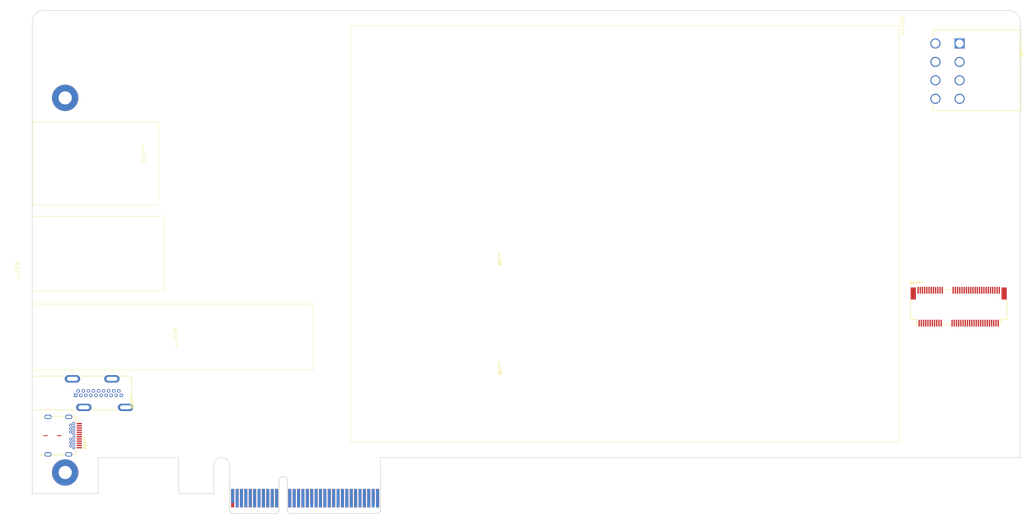
<source format=kicad_pcb>
(kicad_pcb (version 20221018) (generator pcbnew)
  (layers (0 "F.Cu" signal) (31 "B.Cu" signal) (34 "B.Paste" user) (35 "F.Paste" user) (36 "B.SilkS" user "B.Silkscreen") (37 "F.SilkS" user "F.Silkscreen") (38 "B.Mask" user) (39 "F.Mask" user) (44 "Edge.Cuts" user))
  (net 0 "")
  (footprint "sodimm-ddr5-tester-footprints:MP_Pad6mm_Drill3mm" (layer "F.Cu") (at 52.4973 62.4)
    (fp_text reference "MP1" hide)
    (fp_text value "MP_Pad6mm_Drill3mm")
    (pad "1" thru_hole circle (at 0 0) (size 6 6) (drill 3) (layers *.Cu *.Mask))
  )
  (footprint "sodimm-ddr5-tester-footprints:Edge_Conn_Bus_PCIexpress_x4" (layer "F.Cu") (at 90.6473 153.65)
    (fp_text reference "J9" hide)
    (fp_text value "Edge_Conn_Bus_PCIe_x4")
    (fp_circle (center 0 -2.675) (end 0.05 -2.675) (layer "F.SilkS") (stroke (width 0.15)) (fill solid))
    (fp_line (start -0.65 -4.9) (end -0.65 3) (layer "Edge.Cuts") (stroke (width 0.15)))
    (fp_line (start -0.65 3) (end -0.15 3.5) (layer "Edge.Cuts") (stroke (width 0.15)))
    (fp_line (start -0.15 3.5) (end 10.05 3.5) (layer "Edge.Cuts") (stroke (width 0.15)))
    (fp_line (start 10.55 -3.95) (end 10.55 3) (layer "Edge.Cuts") (stroke (width 0.15)))
    (fp_line (start 10.55 3) (end 10.05 3.5) (layer "Edge.Cuts") (stroke (width 0.15)))
    (fp_line (start 12.45 -3.95) (end 12.45 3) (layer "Edge.Cuts") (stroke (width 0.15)))
    (fp_line (start 12.45 3) (end 12.95 3.5) (layer "Edge.Cuts") (stroke (width 0.15)))
    (fp_line (start 12.95 3.5) (end 33.15 3.5) (layer "Edge.Cuts") (stroke (width 0.15)))
    (fp_line (start 33.65 -4.9) (end 33.65 3) (layer "Edge.Cuts") (stroke (width 0.15)))
    (fp_line (start 33.65 3) (end 33.15 3.5) (layer "Edge.Cuts") (stroke (width 0.15)))
    (fp_arc (start 10.55 -3.95) (mid 11.5 -4.9) (end 12.45 -3.95) (layer "Edge.Cuts") (stroke (width 0.15)))
    (pad "A1" connect rect (at 0 -0.5) (size 0.7 3.2) (layers "B.Cu" "B.Mask"))
    (pad "A2" connect rect (at 1 0) (size 0.7 4.2) (layers "B.Cu" "B.Mask"))
    (pad "A3" connect rect (at 2 0) (size 0.7 4.2) (layers "B.Cu" "B.Mask"))
    (pad "A4" connect rect (at 3 0) (size 0.7 4.2) (layers "B.Cu" "B.Mask"))
    (pad "A5" connect rect (at 4 0) (size 0.7 4.2) (layers "B.Cu" "B.Mask"))
    (pad "A6" connect rect (at 5 0) (size 0.7 4.2) (layers "B.Cu" "B.Mask"))
    (pad "A7" connect rect (at 6 0) (size 0.7 4.2) (layers "B.Cu" "B.Mask"))
    (pad "A8" connect rect (at 7 0) (size 0.7 4.2) (layers "B.Cu" "B.Mask"))
    (pad "A9" connect rect (at 8 0) (size 0.7 4.2) (layers "B.Cu" "B.Mask"))
    (pad "A10" connect rect (at 9 0) (size 0.7 4.2) (layers "B.Cu" "B.Mask"))
    (pad "A11" connect rect (at 10 0) (size 0.7 4.2) (layers "B.Cu" "B.Mask"))
    (pad "A12" connect rect (at 13 0) (size 0.7 4.2) (layers "B.Cu" "B.Mask"))
    (pad "A13" connect rect (at 14 0) (size 0.7 4.2) (layers "B.Cu" "B.Mask"))
    (pad "A14" connect rect (at 15 0) (size 0.7 4.2) (layers "B.Cu" "B.Mask"))
    (pad "A15" connect rect (at 16 0) (size 0.7 4.2) (layers "B.Cu" "B.Mask"))
    (pad "A16" connect rect (at 17 0) (size 0.7 4.2) (layers "B.Cu" "B.Mask"))
    (pad "A17" connect rect (at 18 0) (size 0.7 4.2) (layers "B.Cu" "B.Mask"))
    (pad "A18" connect rect (at 19 0) (size 0.7 4.2) (layers "B.Cu" "B.Mask"))
    (pad "A19" connect rect (at 20 0) (size 0.7 4.2) (layers "B.Cu" "B.Mask"))
    (pad "A20" connect rect (at 21 0) (size 0.7 4.2) (layers "B.Cu" "B.Mask"))
    (pad "A21" connect rect (at 22 0) (size 0.7 4.2) (layers "B.Cu" "B.Mask"))
    (pad "A22" connect rect (at 23 0) (size 0.7 4.2) (layers "B.Cu" "B.Mask"))
    (pad "A23" connect rect (at 24 0) (size 0.7 4.2) (layers "B.Cu" "B.Mask"))
    (pad "A24" connect rect (at 25 0) (size 0.7 4.2) (layers "B.Cu" "B.Mask"))
    (pad "A25" connect rect (at 26 0) (size 0.7 4.2) (layers "B.Cu" "B.Mask"))
    (pad "A26" connect rect (at 27 0) (size 0.7 4.2) (layers "B.Cu" "B.Mask"))
    (pad "A27" connect rect (at 28 0) (size 0.7 4.2) (layers "B.Cu" "B.Mask"))
    (pad "A28" connect rect (at 29 0) (size 0.7 4.2) (layers "B.Cu" "B.Mask"))
    (pad "A29" connect rect (at 30 0) (size 0.7 4.2) (layers "B.Cu" "B.Mask"))
    (pad "A30" connect rect (at 31 0) (size 0.7 4.2) (layers "B.Cu" "B.Mask"))
    (pad "A31" connect rect (at 32 0) (size 0.7 4.2) (layers "B.Cu" "B.Mask"))
    (pad "A32" connect rect (at 33 0) (size 0.7 4.2) (layers "B.Cu" "B.Mask"))
    (pad "B1" connect rect (at 0 0) (size 0.7 4.2) (layers "F.Cu" "F.Mask"))
    (pad "B2" connect rect (at 1 0) (size 0.7 4.2) (layers "F.Cu" "F.Mask"))
    (pad "B3" connect rect (at 2 0) (size 0.7 4.2) (layers "F.Cu" "F.Mask"))
    (pad "B4" connect rect (at 3 0) (size 0.7 4.2) (layers "F.Cu" "F.Mask"))
    (pad "B5" connect rect (at 4 0) (size 0.7 4.2) (layers "F.Cu" "F.Mask"))
    (pad "B6" connect rect (at 5 0) (size 0.7 4.2) (layers "F.Cu" "F.Mask"))
    (pad "B7" connect rect (at 6 0) (size 0.7 4.2) (layers "F.Cu" "F.Mask"))
    (pad "B8" connect rect (at 7 0) (size 0.7 4.2) (layers "F.Cu" "F.Mask"))
    (pad "B9" connect rect (at 8 0) (size 0.7 4.2) (layers "F.Cu" "F.Mask"))
    (pad "B10" connect rect (at 9 0) (size 0.7 4.2) (layers "F.Cu" "F.Mask"))
    (pad "B11" connect rect (at 10 0) (size 0.7 4.2) (layers "F.Cu" "F.Mask"))
    (pad "B12" connect rect (at 13 0) (size 0.7 4.2) (layers "F.Cu" "F.Mask"))
    (pad "B13" connect rect (at 14 0) (size 0.7 4.2) (layers "F.Cu" "F.Mask"))
    (pad "B14" connect rect (at 15 0) (size 0.7 4.2) (layers "F.Cu" "F.Mask"))
    (pad "B15" connect rect (at 16 0) (size 0.7 4.2) (layers "F.Cu" "F.Mask"))
    (pad "B16" connect rect (at 17 0) (size 0.7 4.2) (layers "F.Cu" "F.Mask"))
    (pad "B17" connect rect (at 18 -0.5) (size 0.7 3.2) (layers "F.Cu" "F.Mask"))
    (pad "B18" connect rect (at 19 0) (size 0.7 4.2) (layers "F.Cu" "F.Mask"))
    (pad "B19" connect rect (at 20 0) (size 0.7 4.2) (layers "F.Cu" "F.Mask"))
    (pad "B20" connect rect (at 21 0) (size 0.7 4.2) (layers "F.Cu" "F.Mask"))
    (pad "B21" connect rect (at 22 0) (size 0.7 4.2) (layers "F.Cu" "F.Mask"))
    (pad "B22" connect rect (at 23 0) (size 0.7 4.2) (layers "F.Cu" "F.Mask"))
    (pad "B23" connect rect (at 24 0) (size 0.7 4.2) (layers "F.Cu" "F.Mask"))
    (pad "B24" connect rect (at 25 0) (size 0.7 4.2) (layers "F.Cu" "F.Mask"))
    (pad "B25" connect rect (at 26 0) (size 0.7 4.2) (layers "F.Cu" "F.Mask"))
    (pad "B26" connect rect (at 27 0) (size 0.7 4.2) (layers "F.Cu" "F.Mask"))
    (pad "B27" connect rect (at 28 0) (size 0.7 4.2) (layers "F.Cu" "F.Mask"))
    (pad "B28" connect rect (at 29 0) (size 0.7 4.2) (layers "F.Cu" "F.Mask"))
    (pad "B29" connect rect (at 30 0) (size 0.7 4.2) (layers "F.Cu" "F.Mask"))
    (pad "B30" connect rect (at 31 0) (size 0.7 4.2) (layers "F.Cu" "F.Mask"))
    (pad "B31" connect rect (at 32 -0.5) (size 0.7 3.2) (layers "F.Cu" "F.Mask"))
    (pad "B32" connect rect (at 33 0) (size 0.7 4.2) (layers "F.Cu" "F.Mask"))
  )
  (footprint "com-express-7-baseboard-footprints:LX2160A-CEX7" (layer "F.Cu") (at 242.5 45.95 -90)
    (fp_text reference "REF**" (at 0 -0.5 -90 unlocked) (layer "F.SilkS") (effects (font (thickness 0.1))))
    (fp_text value "LX2160A-CEX7")
    (fp_rect (start 0 0) (end 95 125) (layer "F.SilkS") (stroke (width 0.1)) (fill none))
  )
  (footprint "com-express-7-baseboard-footprints:Mech_M2_2280_H2.5mm" (layer "F.Cu") (at 143.075 122.4995 90)
    (fp_text reference "REF**" (at 0 8.89 90) (layer "F.SilkS") (effects (font (size 0.7 0.7)) (justify right bottom)))
    (fp_text value "Mech_M2_2280_H2.5mm")
  )
  (footprint "com-express-7-baseboard-footprints:Bus_M.2_Socket_Key_E_TE_2199230-4" (layer "F.Cu") (at 256 110)
    (fp_text reference "REF**" (at -11.249 -4.949) (layer "F.SilkS") (effects (font (size 0.7 0.7)) (justify left bottom)))
    (fp_text value "Bus_M.2_Socket_Key_E_TE_2199230-4")
    (fp_line (start -10.999 2.85) (end -10.999 -1.5) (layer "F.SilkS") (stroke (width 0.15)))
    (fp_line (start -9.599 2.85) (end -10.999 2.85) (layer "F.SilkS") (stroke (width 0.15)))
    (fp_line (start -9.599 2.85) (end -9.599 4.1) (layer "F.SilkS") (stroke (width 0.15)))
    (fp_line (start -9.599 4.1) (end -9.249 4.1) (layer "F.SilkS") (stroke (width 0.15)))
    (fp_line (start -3.75 4.1) (end -1.75 4.1) (layer "F.SilkS") (stroke (width 0.15)))
    (fp_line (start -3.499 -3.899) (end -1.499 -3.899) (layer "F.SilkS") (stroke (width 0.15)))
    (fp_line (start 9.251 4.1) (end 9.601 4.1) (layer "F.SilkS") (stroke (width 0.15)))
    (fp_line (start 9.601 4.1) (end 9.601 2.85) (layer "F.SilkS") (stroke (width 0.15)))
    (fp_line (start 10.999 -1.5) (end 10.999 2.85) (layer "F.SilkS") (stroke (width 0.15)))
    (fp_line (start 10.999 2.85) (end 9.601 2.85) (layer "F.SilkS") (stroke (width 0.15)))
    (fp_circle (center -9.249 -5.64) (end -9.199 -5.64) (layer "F.SilkS") (stroke (width 0.15)) (fill solid))
    (pad "" np_thru_hole circle (at -9.999 1.499) (size 1.1 1.1) (drill 1.1) (layers *.Cu *.Mask))
    (pad "" np_thru_hole circle (at 9.999 1.499) (size 1.6 1.6) (drill 1.6) (layers *.Cu *.Mask))
    (pad "1" smd rect (at -9.249 -3.749) (size 0.3 1.55) (layers "F.Cu" "F.Paste" "F.Mask"))
    (pad "2" smd rect (at -9.001 3.749) (size 0.3 1.55) (layers "F.Cu" "F.Paste" "F.Mask"))
    (pad "3" smd rect (at -8.751 -3.749) (size 0.3 1.55) (layers "F.Cu" "F.Paste" "F.Mask"))
    (pad "4" smd rect (at -8.501 3.749) (size 0.3 1.55) (layers "F.Cu" "F.Paste" "F.Mask"))
    (pad "5" smd rect (at -8.251 -3.749) (size 0.3 1.55) (layers "F.Cu" "F.Paste" "F.Mask"))
    (pad "6" smd rect (at -8 3.749) (size 0.3 1.55) (layers "F.Cu" "F.Paste" "F.Mask"))
    (pad "7" smd rect (at -7.75 -3.749) (size 0.3 1.55) (layers "F.Cu" "F.Paste" "F.Mask"))
    (pad "8" smd rect (at -7.5 3.749) (size 0.3 1.55) (layers "F.Cu" "F.Paste" "F.Mask"))
    (pad "9" smd rect (at -7.25 -3.749) (size 0.3 1.55) (layers "F.Cu" "F.Paste" "F.Mask"))
    (pad "10" smd rect (at -7 3.749) (size 0.3 1.55) (layers "F.Cu" "F.Paste" "F.Mask"))
    (pad "11" smd rect (at -6.75 -3.749) (size 0.3 1.55) (layers "F.Cu" "F.Paste" "F.Mask"))
    (pad "12" smd rect (at -6.5 3.749) (size 0.3 1.55) (layers "F.Cu" "F.Paste" "F.Mask"))
    (pad "13" smd rect (at -6.25 -3.749) (size 0.3 1.55) (layers "F.Cu" "F.Paste" "F.Mask"))
    (pad "14" smd rect (at -6 3.749) (size 0.3 1.55) (layers "F.Cu" "F.Paste" "F.Mask"))
    (pad "15" smd rect (at -5.75 -3.749) (size 0.3 1.55) (layers "F.Cu" "F.Paste" "F.Mask"))
    (pad "16" smd rect (at -5.5 3.749) (size 0.3 1.55) (layers "F.Cu" "F.Paste" "F.Mask"))
    (pad "17" smd rect (at -5.25 -3.749) (size 0.3 1.55) (layers "F.Cu" "F.Paste" "F.Mask"))
    (pad "18" smd rect (at -5.001 3.749) (size 0.3 1.55) (layers "F.Cu" "F.Paste" "F.Mask"))
    (pad "19" smd rect (at -4.751 -3.749) (size 0.3 1.55) (layers "F.Cu" "F.Paste" "F.Mask"))
    (pad "20" smd rect (at -4.501 3.749) (size 0.3 1.55) (layers "F.Cu" "F.Paste" "F.Mask"))
    (pad "21" smd rect (at -4.251 -3.749) (size 0.3 1.55) (layers "F.Cu" "F.Paste" "F.Mask"))
    (pad "22" smd rect (at -4.001 3.749) (size 0.3 1.55) (layers "F.Cu" "F.Paste" "F.Mask"))
    (pad "23" smd rect (at -3.75 -3.749) (size 0.3 1.55) (layers "F.Cu" "F.Paste" "F.Mask"))
    (pad "32" smd rect (at -1.5 3.749) (size 0.3 1.55) (layers "F.Cu" "F.Paste" "F.Mask"))
    (pad "33" smd rect (at -1.25 -3.749) (size 0.3 1.55) (layers "F.Cu" "F.Paste" "F.Mask"))
    (pad "34" smd rect (at -1 3.749) (size 0.3 1.55) (layers "F.Cu" "F.Paste" "F.Mask"))
    (pad "35" smd rect (at -0.75 -3.749) (size 0.3 1.55) (layers "F.Cu" "F.Paste" "F.Mask"))
    (pad "36" smd rect (at -0.5 3.749) (size 0.3 1.55) (layers "F.Cu" "F.Paste" "F.Mask"))
    (pad "37" smd rect (at -0.25 -3.749) (size 0.3 1.55) (layers "F.Cu" "F.Paste" "F.Mask"))
    (pad "38" smd rect (at 0 3.749) (size 0.3 1.55) (layers "F.Cu" "F.Paste" "F.Mask"))
    (pad "39" smd rect (at 0.25 -3.749) (size 0.3 1.55) (layers "F.Cu" "F.Paste" "F.Mask"))
    (pad "40" smd rect (at 0.5 3.749) (size 0.3 1.55) (layers "F.Cu" "F.Paste" "F.Mask"))
    (pad "41" smd rect (at 0.75 -3.749) (size 0.3 1.55) (layers "F.Cu" "F.Paste" "F.Mask"))
    (pad "42" smd rect (at 1 3.749) (size 0.3 1.55) (layers "F.Cu" "F.Paste" "F.Mask"))
    (pad "43" smd rect (at 1.25 -3.749) (size 0.3 1.55) (layers "F.Cu" "F.Paste" "F.Mask"))
    (pad "44" smd rect (at 1.5 3.749) (size 0.3 1.55) (layers "F.Cu" "F.Paste" "F.Mask"))
    (pad "45" smd rect (at 1.75 -3.749) (size 0.3 1.55) (layers "F.Cu" "F.Paste" "F.Mask"))
    (pad "46" smd rect (at 2 3.749) (size 0.3 1.55) (layers "F.Cu" "F.Paste" "F.Mask"))
    (pad "47" smd rect (at 2.25 -3.749) (size 0.3 1.55) (layers "F.Cu" "F.Paste" "F.Mask"))
    (pad "48" smd rect (at 2.5 3.749) (size 0.3 1.55) (layers "F.Cu" "F.Paste" "F.Mask"))
    (pad "49" smd rect (at 2.75 -3.749) (size 0.3 1.55) (layers "F.Cu" "F.Paste" "F.Mask"))
    (pad "50" smd rect (at 3 3.749) (size 0.3 1.55) (layers "F.Cu" "F.Paste" "F.Mask"))
    (pad "51" smd rect (at 3.25 -3.749) (size 0.3 1.55) (layers "F.Cu" "F.Paste" "F.Mask"))
    (pad "52" smd rect (at 3.5 3.749) (size 0.3 1.55) (layers "F.Cu" "F.Paste" "F.Mask"))
    (pad "53" smd rect (at 3.75 -3.749) (size 0.3 1.55) (layers "F.Cu" "F.Paste" "F.Mask"))
    (pad "54" smd rect (at 4 3.749) (size 0.3 1.55) (layers "F.Cu" "F.Paste" "F.Mask"))
    (pad "55" smd rect (at 4.25 -3.749) (size 0.3 1.55) (layers "F.Cu" "F.Paste" "F.Mask"))
    (pad "56" smd rect (at 4.5 3.749) (size 0.3 1.55) (layers "F.Cu" "F.Paste" "F.Mask"))
    (pad "57" smd rect (at 4.75 -3.749) (size 0.3 1.55) (layers "F.Cu" "F.Paste" "F.Mask"))
    (pad "58" smd rect (at 5 3.749) (size 0.3 1.55) (layers "F.Cu" "F.Paste" "F.Mask"))
    (pad "59" smd rect (at 5.25 -3.749) (size 0.3 1.55) (layers "F.Cu" "F.Paste" "F.Mask"))
    (pad "60" smd rect (at 5.5 3.749) (size 0.3 1.55) (layers "F.Cu" "F.Paste" "F.Mask"))
    (pad "61" smd rect (at 5.75 -3.749) (size 0.3 1.55) (layers "F.Cu" "F.Paste" "F.Mask"))
    (pad "62" smd rect (at 6 3.749) (size 0.3 1.55) (layers "F.Cu" "F.Paste" "F.Mask"))
    (pad "63" smd rect (at 6.25 -3.749) (size 0.3 1.55) (layers "F.Cu" "F.Paste" "F.Mask"))
    (pad "64" smd rect (at 6.5 3.749) (size 0.3 1.55) (layers "F.Cu" "F.Paste" "F.Mask"))
    (pad "65" smd rect (at 6.75 -3.749) (size 0.3 1.55) (layers "F.Cu" "F.Paste" "F.Mask"))
    (pad "66" smd rect (at 6.999 3.749) (size 0.3 1.55) (layers "F.Cu" "F.Paste" "F.Mask"))
    (pad "67" smd rect (at 7.249 -3.749) (size 0.3 1.55) (layers "F.Cu" "F.Paste" "F.Mask"))
    (pad "68" smd rect (at 7.499 3.749) (size 0.3 1.55) (layers "F.Cu" "F.Paste" "F.Mask"))
    (pad "69" smd rect (at 7.749 -3.749) (size 0.3 1.55) (layers "F.Cu" "F.Paste" "F.Mask"))
    (pad "70" smd rect (at 7.999 3.749) (size 0.3 1.55) (layers "F.Cu" "F.Paste" "F.Mask"))
    (pad "71" smd rect (at 8.249 -3.749) (size 0.3 1.55) (layers "F.Cu" "F.Paste" "F.Mask"))
    (pad "72" smd rect (at 8.499 3.749) (size 0.3 1.55) (layers "F.Cu" "F.Paste" "F.Mask"))
    (pad "73" smd rect (at 8.749 -3.749) (size 0.3 1.55) (layers "F.Cu" "F.Paste" "F.Mask"))
    (pad "74" smd rect (at 8.999 3.749) (size 0.3 1.55) (layers "F.Cu" "F.Paste" "F.Mask"))
    (pad "75" smd rect (at 9.249 -3.749) (size 0.3 1.55) (layers "F.Cu" "F.Paste" "F.Mask"))
    (pad "MP" smd rect (at -10.35 -3.001) (size 1.2 2.75) (layers "F.Cu" "F.Paste" "F.Mask"))
    (pad "MP" smd rect (at 10.351 -3.001) (size 1.2 2.75) (layers "F.Cu" "F.Paste" "F.Mask"))
  )
  (footprint "com-express-7-baseboard-footprints:USB-C_Receptacle_WE_632723300011" (layer "F.Cu") (at 50.073 139.4 -90)
    (fp_text reference "REF**" (at 0 -7.4 90) (layer "F.SilkS") (effects (font (size 0.7 0.7)) (justify right bottom)))
    (fp_text value "USB-C_Receptacle_WE_632723300011")
    (fp_line (start -4.401 -4.901) (end -4.401 -4.202) (layer "F.SilkS") (stroke (width 0.15)))
    (fp_line (start -4.401 -4.901) (end -3 -4.901) (layer "F.SilkS") (stroke (width 0.15)))
    (fp_line (start -4.401 -2.202) (end -4.401 0.598) (layer "F.SilkS") (stroke (width 0.15)))
    (fp_line (start -4.401 2.398) (end -4.401 3.199) (layer "F.SilkS") (stroke (width 0.15)))
    (fp_line (start 2.999 -4.901) (end 4.4 -4.901) (layer "F.SilkS") (stroke (width 0.15)))
    (fp_line (start 4.4 -4.202) (end 4.4 -4.901) (layer "F.SilkS") (stroke (width 0.15)))
    (fp_line (start 4.4 -2.202) (end 4.4 0.598) (layer "F.SilkS") (stroke (width 0.15)))
    (fp_line (start 4.4 2.398) (end 4.4 3.199) (layer "F.SilkS") (stroke (width 0.15)))
    (fp_circle (center -3.3 -5.6) (end -3.25 -5.6) (layer "F.SilkS") (stroke (width 0.15)) (fill solid))
    (pad "" smd roundrect (at -0.001 -1.057 270) (size 0.2 1) (layers "F.Cu" "F.Paste" "F.Mask"))
    (pad "" smd roundrect (at -0.001 2.043 270) (size 0.2 1) (layers "F.Cu" "F.Paste" "F.Mask"))
    (pad "A1" smd roundrect (at -2.751 -5.637 270) (size 0.3 1.2) (layers "F.Cu" "F.Paste" "F.Mask"))
    (pad "A2" smd roundrect (at -2.251 -5.637 270) (size 0.3 1.2) (layers "F.Cu" "F.Paste" "F.Mask"))
    (pad "A3" smd roundrect (at -1.752 -5.637 270) (size 0.3 1.2) (layers "F.Cu" "F.Paste" "F.Mask"))
    (pad "A4" smd roundrect (at -1.252 -5.637 270) (size 0.3 1.2) (layers "F.Cu" "F.Paste" "F.Mask"))
    (pad "A5" smd roundrect (at -0.751 -5.637 270) (size 0.3 1.2) (layers "F.Cu" "F.Paste" "F.Mask"))
    (pad "A6" smd roundrect (at -0.251 -5.637 270) (size 0.3 1.2) (layers "F.Cu" "F.Paste" "F.Mask"))
    (pad "A7" smd roundrect (at 0.248 -5.637 270) (size 0.3 1.2) (layers "F.Cu" "F.Paste" "F.Mask"))
    (pad "A8" smd roundrect (at 0.748 -5.637 270) (size 0.3 1.2) (layers "F.Cu" "F.Paste" "F.Mask"))
    (pad "A9" smd roundrect (at 1.249 -5.637 270) (size 0.3 1.2) (layers "F.Cu" "F.Paste" "F.Mask"))
    (pad "A10" smd roundrect (at 1.749 -5.637 270) (size 0.3 1.2) (layers "F.Cu" "F.Paste" "F.Mask"))
    (pad "A11" smd roundrect (at 2.249 -5.637 270) (size 0.3 1.2) (layers "F.Cu" "F.Paste" "F.Mask"))
    (pad "A12" smd roundrect (at 2.749 -5.637 270) (size 0.3 1.2) (layers "F.Cu" "F.Paste" "F.Mask"))
    (pad "B1" thru_hole circle (at 2.798 -4.387 270) (size 0.65 0.65) (drill 0.3) (layers *.Cu *.Mask))
    (pad "B2" thru_hole circle (at 2.398 -3.686 270) (size 0.65 0.65) (drill 0.3) (layers *.Cu *.Mask))
    (pad "B3" thru_hole circle (at 1.598 -3.686 270) (size 0.65 0.65) (drill 0.3) (layers *.Cu *.Mask))
    (pad "B4" thru_hole circle (at 1.199 -4.387 270) (size 0.65 0.65) (drill 0.3) (layers *.Cu *.Mask))
    (pad "B5" thru_hole circle (at 0.799 -3.686 270) (size 0.65 0.65) (drill 0.3) (layers *.Cu *.Mask))
    (pad "B6" thru_hole circle (at 0.399 -4.387 270) (size 0.65 0.65) (drill 0.3) (layers *.Cu *.Mask))
    (pad "B7" thru_hole circle (at -0.402 -4.387 270) (size 0.65 0.65) (drill 0.3) (layers *.Cu *.Mask))
    (pad "B8" thru_hole circle (at -0.802 -3.686 270) (size 0.65 0.65) (drill 0.3) (layers *.Cu *.Mask))
    (pad "B9" thru_hole circle (at -1.202 -4.387 270) (size 0.65 0.65) (drill 0.3) (layers *.Cu *.Mask))
    (pad "B10" thru_hole circle (at -1.601 -3.686 270) (size 0.65 0.65) (drill 0.3) (layers *.Cu *.Mask))
    (pad "B11" thru_hole circle (at -2.402 -3.686 270) (size 0.65 0.65) (drill 0.3) (layers *.Cu *.Mask))
    (pad "B12" thru_hole circle (at -2.802 -4.387 270) (size 0.65 0.65) (drill 0.3) (layers *.Cu *.Mask))
    (pad "SH" thru_hole oval (at -4.271 -3.237 270) (size 1 1.6) (drill oval 0.6 1.2) (layers *.Cu *.Mask))
    (pad "SH" thru_hole oval (at -4.271 1.493 270) (size 1 1.6) (drill oval 0.6 1.2) (layers *.Cu *.Mask))
    (pad "SH" thru_hole circle (at -2.001 -4.387 270) (size 0.65 0.65) (drill 0.3) (layers *.Cu *.Mask))
    (pad "SH" thru_hole circle (at 1.999 -4.387 270) (size 0.65 0.65) (drill 0.3) (layers *.Cu *.Mask))
    (pad "SH" thru_hole oval (at 4.269 -3.237 270) (size 1 1.6) (drill oval 0.6 1.2) (layers *.Cu *.Mask))
    (pad "SH" thru_hole oval (at 4.269 1.493 270) (size 1 1.6) (drill oval 0.6 1.2) (layers *.Cu *.Mask))
  )
  (footprint "sodimm-ddr5-tester-footprints:MP_Pad6mm_Drill3mm" (layer "F.Cu") (at 52.4973 147.8)
    (fp_text reference "MP2" hide)
    (fp_text value "MP_Pad6mm_Drill3mm")
    (pad "1" thru_hole circle (at 0 0) (size 6 6) (drill 3) (layers *.Cu *.Mask))
  )
  (footprint "com-express-7-baseboard-footprints:RJ45_RJE1R288335413" (layer "F.Cu") (at 60 97.9 -90)
    (fp_text reference "REF**" (at 4 18.5 -90 unlocked) (layer "F.SilkS") (effects (font (thickness 0.1))))
    (fp_text value "RJ45_RJE1R288335413")
    (fp_rect (start -8.5 -15) (end 8.5 15) (layer "F.SilkS") (stroke (width 0.1)) (fill none))
  )
  (footprint "com-express-7-baseboard-footprints:Mech_M2_2280_H2.5mm" (layer "F.Cu") (at 143.075 97.4995 90)
    (fp_text reference "REF**" (at 0 8.89 90) (layer "F.SilkS") (effects (font (size 0.7 0.7)) (justify right bottom)))
    (fp_text value "Mech_M2_2280_H2.5mm")
  )
  (footprint "com-express-7-baseboard-footprints:Molex_Mini-Fit_2x4_172448-0008_Horizontal" (layer "F.Cu") (at 256.201 50 -90)
    (fp_text reference "REF**" (at 0 -14.5 90) (layer "F.SilkS") (effects (font (size 0.7 0.7)) (justify right bottom)))
    (fp_text value "Molex_Mini-Fit_2x4_172448-0008_Horizontal")
    (fp_line (start -3.1 -13.9) (end 15.301 -13.9) (layer "F.SilkS") (stroke (width 0.15)))
    (fp_line (start -3.1 6.04) (end -3.1 -13.9) (layer "F.SilkS") (stroke (width 0.15)))
    (fp_line (start -3.1 6.04) (end -1.475 6.04) (layer "F.SilkS") (stroke (width 0.15)))
    (fp_line (start 15.301 -13.9) (end 15.301 6.04) (layer "F.SilkS") (stroke (width 0.15)))
    (fp_line (start 15.301 6.04) (end 14.077 6.04) (layer "F.SilkS") (stroke (width 0.15)))
    (fp_circle (center -1.6 0) (end -1.65 0) (layer "F.SilkS") (stroke (width 0.15)) (fill solid))
    (pad "" np_thru_hole circle (at 0 -7.299 90) (size 3 3) (drill 3) (layers *.Cu *.Mask))
    (pad "" np_thru_hole circle (at 12.6 -7.299 90) (size 3 3) (drill 3) (layers *.Cu *.Mask))
    (pad "1" thru_hole rect (at 0 0 90) (size 2.3 2.3) (drill 1.8) (layers *.Cu *.Mask))
    (pad "2" thru_hole circle (at 4.202 0 90) (size 2.3 2.3) (drill 1.8) (layers *.Cu *.Mask))
    (pad "3" thru_hole circle (at 8.401 0 90) (size 2.3 2.3) (drill 1.8) (layers *.Cu *.Mask))
    (pad "4" thru_hole circle (at 12.6 0 90) (size 2.3 2.3) (drill 1.8) (layers *.Cu *.Mask))
    (pad "5" thru_hole circle (at 12.6 5.5 90) (size 2.3 2.3) (drill 1.8) (layers *.Cu *.Mask))
    (pad "6" thru_hole circle (at 8.398 5.5 90) (size 2.3 2.3) (drill 1.8) (layers *.Cu *.Mask))
    (pad "7" thru_hole circle (at 4.199 5.5 90) (size 2.3 2.3) (drill 1.8) (layers *.Cu *.Mask))
    (pad "8" thru_hole circle (at 0 5.5 90) (size 2.3 2.3) (drill 1.8) (layers *.Cu *.Mask))
  )
  (footprint "com-express-7-baseboard-footprints:Mech_M2_2230_H2.5mm" (layer "F.Cu") (at 256.251 139.749999 180)
    (fp_text reference "REF**" hide)
    (fp_text value "Mech_M2_2230_H2.5mm")
  )
  (footprint "com-express-7-baseboard-footprints:HDMI-A_Receptacle_TE_2007435-1" (layer "F.Cu") (at 54.896 130.2 -90)
    (fp_text reference "REF**" (at 0 -13.3 90) (layer "F.SilkS") (effects (font (size 0.7 0.7)) (justify right bottom)))
    (fp_text value "HDMI-A_Receptacle_TE_2007435-1")
    (fp_line (start -4.351 -12.702) (end -4.351 -9.85) (layer "F.SilkS") (stroke (width 0.15)))
    (fp_line (start -4.351 -12.702) (end 1.85 -12.702) (layer "F.SilkS") (stroke (width 0.15)))
    (fp_line (start -4.351 -6.601) (end -4.351 -1.151) (layer "F.SilkS") (stroke (width 0.15)))
    (fp_line (start -4.351 2.749) (end -4.351 9.4) (layer "F.SilkS") (stroke (width 0.15)))
    (fp_line (start 3.35 -9.35) (end 3.35 -3.75) (layer "F.SilkS") (stroke (width 0.15)))
    (fp_line (start 3.35 9.4) (end 3.35 -0.103) (layer "F.SilkS") (stroke (width 0.15)))
    (pad "" np_thru_hole circle (at -2.5 -11.35 270) (size 1.7 1.7) (drill 1.7) (layers F&B.Cu *.Mask))
    (pad "" np_thru_hole circle (at 0.996 1.896 270) (size 1.7 1.7) (drill 1.7) (layers F&B.Cu *.Mask))
    (pad "1" thru_hole rect (at 0 0 270) (size 0.8 0.8) (drill 0.45) (layers *.Cu *.Mask))
    (pad "2" thru_hole circle (at -1 -0.578 270) (size 0.8 0.8) (drill 0.45) (layers *.Cu *.Mask))
    (pad "3" thru_hole circle (at 0 -1.156 270) (size 0.8 0.8) (drill 0.45) (layers *.Cu *.Mask))
    (pad "4" thru_hole circle (at -1 -1.734 270) (size 0.8 0.8) (drill 0.45) (layers *.Cu *.Mask))
    (pad "5" thru_hole circle (at 0 -2.311 270) (size 0.8 0.8) (drill 0.45) (layers *.Cu *.Mask))
    (pad "6" thru_hole circle (at -1 -2.888 270) (size 0.8 0.8) (drill 0.45) (layers *.Cu *.Mask))
    (pad "7" thru_hole circle (at 0 -3.465 270) (size 0.8 0.8) (drill 0.45) (layers *.Cu *.Mask))
    (pad "8" thru_hole circle (at -1 -4.045 270) (size 0.8 0.8) (drill 0.45) (layers *.Cu *.Mask))
    (pad "9" thru_hole circle (at 0 -4.622 270) (size 0.8 0.8) (drill 0.45) (layers *.Cu *.Mask))
    (pad "10" thru_hole circle (at -1 -5.199 270) (size 0.8 0.8) (drill 0.45) (layers *.Cu *.Mask))
    (pad "11" thru_hole circle (at 0 -5.776 270) (size 0.8 0.8) (drill 0.45) (layers *.Cu *.Mask))
    (pad "12" thru_hole circle (at -1 -6.353 270) (size 0.8 0.8) (drill 0.45) (layers *.Cu *.Mask))
    (pad "13" thru_hole circle (at 0 -6.93 270) (size 0.8 0.8) (drill 0.45) (layers *.Cu *.Mask))
    (pad "14" thru_hole circle (at -1 -7.508 270) (size 0.8 0.8) (drill 0.45) (layers *.Cu *.Mask))
    (pad "15" thru_hole circle (at 0 -8.087 270) (size 0.8 0.8) (drill 0.45) (layers *.Cu *.Mask))
    (pad "16" thru_hole circle (at -1 -8.664 270) (size 0.8 0.8) (drill 0.45) (layers *.Cu *.Mask))
    (pad "17" thru_hole circle (at 0 -9.241 270) (size 0.8 0.8) (drill 0.45) (layers *.Cu *.Mask))
    (pad "18" thru_hole circle (at -1 -9.818 270) (size 0.8 0.8) (drill 0.45) (layers *.Cu *.Mask))
    (pad "19" thru_hole circle (at 0 -10.395 270) (size 0.8 0.8) (drill 0.45) (layers *.Cu *.Mask))
    (pad "SH" thru_hole oval (at -3.75 -8.25) (size 3.5 1.7) (drill oval 2.5 0.9) (layers *.Cu *.Mask))
    (pad "SH" thru_hole oval (at -3.75 0.746) (size 3.5 1.7) (drill oval 2.5 0.9) (layers *.Cu *.Mask))
    (pad "SH" thru_hole oval (at 2.749 -11.35) (size 3.5 1.7) (drill oval 2.5 0.9) (layers *.Cu *.Mask))
    (pad "SH" thru_hole oval (at 2.749 -1.851) (size 3.5 1.7) (drill oval 2.5 0.9) (layers *.Cu *.Mask))
  )
  (footprint "com-express-7-baseboard-footprints:SFP_SS-79100-010" (layer "F.Cu") (at 77 116.9 -90)
    (fp_text reference "REF**" (at 0 -0.5 -90 unlocked) (layer "F.SilkS") (effects (font (thickness 0.1))))
    (fp_text value "SFP_SS-79100-010")
    (fp_rect (start -7.5 -32) (end 7.5 32) (layer "F.SilkS") (stroke (width 0.1)) (fill none))
  )
  (footprint "com-express-7-baseboard-footprints:RJ45_RJE361882415" (layer "F.Cu") (at 59.5 77.4 90)
    (fp_text reference "REF**" (at 2.5 11 90 unlocked) (layer "F.SilkS") (effects (font (thickness 0.1))))
    (fp_text value "RJ45_RJE361882415")
    (fp_rect (start -9.5 14.25) (end 9.5 -14.25) (layer "F.SilkS") (stroke (width 0.1)) (fill none))
  )
  (gr_line (start 59.9973 144.4) (end 78.3473 144.4) (layer "Edge.Cuts") (width 0.12))
  (gr_line (start 44.9973 152.65) (end 59.9973 152.65) (layer "Edge.Cuts") (width 0.12))
  (gr_line (start 59.9973 152.65) (end 59.9973 144.4) (layer "Edge.Cuts") (width 0.12))
  (gr_line (start 78.3473 152.65) (end 86.3473 152.65) (layer "Edge.Cuts") (width 0.12))
  (gr_arc (start 267.5 42.5) (mid 269.267767 43.232233) (end 270 45) (layer "Edge.Cuts") (width 0.12))
  (gr_line (start 78.3473 144.4) (end 78.3473 152.65) (layer "Edge.Cuts") (width 0.12))
  (gr_line (start 86.3473 152.65) (end 86.3473 146.225) (layer "Edge.Cuts") (width 0.12))
  (gr_line (start 270 45) (end 270 144.4) (layer "Edge.Cuts") (width 0.12))
  (gr_arc (start 45 45) (mid 45.732233 43.232233) (end 47.5 42.5) (layer "Edge.Cuts") (width 0.12))
  (gr_line (start 89.9973 148.75) (end 89.9973 146.225) (layer "Edge.Cuts") (width 0.12))
  (gr_arc (start 86.3473 146.225) (mid 88.1723 144.4) (end 89.9973 146.225) (layer "Edge.Cuts") (width 0.12))
  (gr_line (start 44.9973 152.65) (end 44.9973 45) (layer "Edge.Cuts") (width 0.12))
  (gr_line (start 270 144.4) (end 124.2973 144.4) (layer "Edge.Cuts") (width 0.12))
  (gr_line (start 124.2973 144.4) (end 124.2973 148.75) (layer "Edge.Cuts") (width 0.12))
  (gr_line (start 47.5 42.5) (end 267.5 42.5) (layer "Edge.Cuts") (width 0.12))
)
</source>
